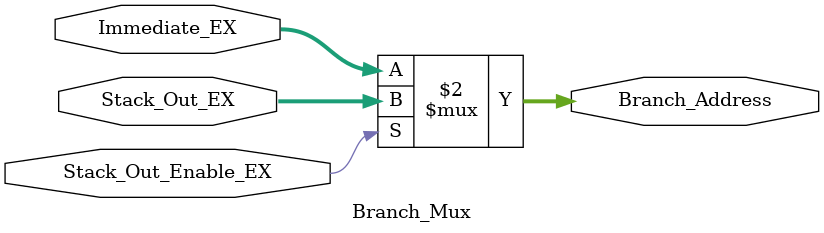
<source format=v>
`timescale 1ns / 1ps

module Branch_Mux(
input Stack_Out_Enable_EX,
input [15:0] Stack_Out_EX,
input [15:0] Immediate_EX,
output [15:0] Branch_Address
);

assign Branch_Address = (Stack_Out_Enable_EX==1'b1)?Stack_Out_EX:Immediate_EX;

/*always@(*) begin
$display("Stack_Out_Enable_EX: %b",Stack_Out_Enable_EX);
$display("Branch_Address: %d",Branch_Address);
$display("Immediate_EX: %d",Immediate_EX);
end*/
endmodule

</source>
